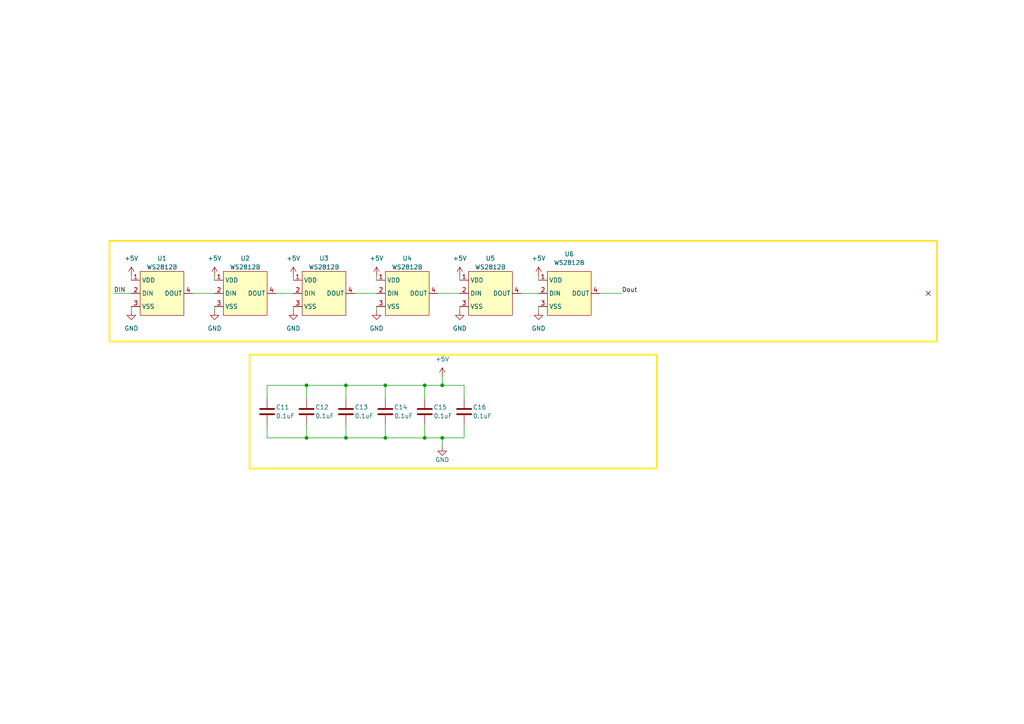
<source format=kicad_sch>
(kicad_sch (version 20211123) (generator eeschema)
  (paper "A4")
  (lib_symbols
    (symbol "Device:C" (pin_numbers hide) (pin_names (offset 0.254))
      (property "Reference" "C" (at 0.635 2.54 0))
      (property "Value" "C" (at 0.635 -2.54 0))
      (symbol "C_0_1"
        (polyline (pts (xy -2.032 -0.762) (xy 2.032 -0.762)) (stroke (width 0.508)))
        (polyline (pts (xy -2.032 0.762) (xy 2.032 0.762)) (stroke (width 0.508)))
      )
      (symbol "C_1_1"
        (pin passive line (at 0 3.81 270) (length 2.794) (name "~") (number "1"))
        (pin passive line (at 0 -3.81 90) (length 2.794) (name "~") (number "2"))
      )
    )
    (symbol "WB2182:WS2812B"
      (property "Reference" "U" (at -6.35 7.62 0))
      (property "Value" "WS2812B" (at -2.54 -7.62 0))
      (symbol "WS2812B_0_1"
        (rectangle (start -6.35 6.35) (end 6.35 -6.35) (fill (type background)))
      )
      (symbol "WS2812B_1_1"
        (pin power_in line (at -8.89 3.81 0) (length 2.54) (name "VDD") (number "1"))
        (pin input line (at -8.89 0 0) (length 2.54) (name "DIN") (number "2"))
        (pin power_in line (at -8.89 -3.81 0) (length 2.54) (name "VSS") (number "3"))
        (pin output line (at 8.89 0 180) (length 2.54) (name "DOUT") (number "4"))
      )
    )
    (symbol "power:+5V" (power) (pin_names (offset 0))
      (property "Value" "+5V" (at 0 3.556 0))
      (symbol "+5V_0_1"
        (polyline (pts (xy -0.762 1.27) (xy 0 2.54)))
        (polyline (pts (xy 0 0) (xy 0 2.54)))
        (polyline (pts (xy 0 2.54) (xy 0.762 1.27)))
      )
      (symbol "+5V_1_1"
        (pin power_in line (at 0 0 90) (length 0) hide (name "+5V") (number "1"))
      )
    )
    (symbol "power:GND" (power) (pin_names (offset 0))
      (property "Value" "GND" (at 0 -3.81 0))
      (symbol "GND_0_1"
        (polyline (pts (xy 0 0) (xy 0 -1.27) (xy 1.27 -1.27) (xy 0 -2.54) (xy -1.27 -1.27) (xy 0 -1.27)))
      )
      (symbol "GND_1_1"
        (pin power_in line (at 0 0 270) (length 0) hide (name "GND") (number "1"))
      )
    )
  )
  (junction (at 88.9 127))
  (junction (at 88.9 111.76))
  (junction (at 111.76 127))
  (junction (at 128.27 127))
  (junction (at 123.19 127))
  (junction (at 100.33 111.76))
  (junction (at 123.19 111.76))
  (junction (at 100.33 127))
  (junction (at 111.76 111.76))
  (junction (at 128.27 111.76))
  (no_connect (at 269.24 85.09))
  (wire (pts (xy 85.09 80.01) (xy 85.09 81.28)))
  (wire (pts (xy 173.99 85.09) (xy 180.34 85.09)))
  (wire (pts (xy 123.19 111.76) (xy 123.19 115.57)))
  (wire (pts (xy 133.35 80.01) (xy 133.35 81.28)))
  (wire (pts (xy 151.13 85.09) (xy 156.21 85.09)))
  (wire (pts (xy 77.47 111.76) (xy 77.47 115.57)))
  (wire (pts (xy 100.33 127) (xy 111.76 127)))
  (wire (pts (xy 85.09 88.9) (xy 85.09 90.17)))
  (wire (pts (xy 80.01 85.09) (xy 85.09 85.09)))
  (wire (pts (xy 127 85.09) (xy 133.35 85.09)))
  (wire (pts (xy 156.21 88.9) (xy 156.21 90.17)))
  (wire (pts (xy 156.21 80.01) (xy 156.21 81.28)))
  (wire (pts (xy 88.9 127) (xy 100.33 127)))
  (wire (pts (xy 123.19 111.76) (xy 128.27 111.76)))
  (wire (pts (xy 128.27 127) (xy 134.62 127)))
  (wire (pts (xy 100.33 111.76) (xy 100.33 115.57)))
  (wire (pts (xy 102.87 85.09) (xy 109.22 85.09)))
  (wire (pts (xy 62.23 88.9) (xy 62.23 90.17)))
  (wire (pts (xy 128.27 109.22) (xy 128.27 111.76)))
  (wire (pts (xy 134.62 111.76) (xy 134.62 115.57)))
  (wire (pts (xy 38.1 80.01) (xy 38.1 81.28)))
  (polyline (pts (xy 31.75 69.85) (xy 271.78 69.85)) (stroke (width 0.5) (type solid) (color 255 227 36 1)))
  (wire (pts (xy 77.47 111.76) (xy 88.9 111.76)))
  (wire (pts (xy 77.47 127) (xy 88.9 127)))
  (wire (pts (xy 100.33 127) (xy 100.33 123.19)))
  (wire (pts (xy 88.9 111.76) (xy 100.33 111.76)))
  (wire (pts (xy 133.35 88.9) (xy 133.35 90.17)))
  (polyline (pts (xy 271.78 69.85) (xy 271.78 99.06)) (stroke (width 0.5) (type solid) (color 255 227 36 1)))
  (wire (pts (xy 88.9 127) (xy 88.9 123.19)))
  (polyline (pts (xy 31.75 99.06) (xy 271.78 99.06)) (stroke (width 0.5) (type solid) (color 255 227 36 1)))
  (wire (pts (xy 62.23 80.01) (xy 62.23 81.28)))
  (polyline (pts (xy 31.75 69.85) (xy 31.75 99.06)) (stroke (width 0.5) (type solid) (color 255 227 36 1)))
  (wire (pts (xy 128.27 111.76) (xy 134.62 111.76)))
  (wire (pts (xy 111.76 127) (xy 111.76 123.19)))
  (wire (pts (xy 111.76 111.76) (xy 123.19 111.76)))
  (polyline (pts (xy 190.5 135.89) (xy 72.39 135.89)) (stroke (width 0.5) (type solid) (color 255 227 36 1)))
  (wire (pts (xy 134.62 127) (xy 134.62 123.19)))
  (wire (pts (xy 109.22 88.9) (xy 109.22 90.17)))
  (wire (pts (xy 38.1 88.9) (xy 38.1 90.17)))
  (wire (pts (xy 55.88 85.09) (xy 62.23 85.09)))
  (wire (pts (xy 123.19 127) (xy 123.19 123.19)))
  (wire (pts (xy 100.33 111.76) (xy 111.76 111.76)))
  (wire (pts (xy 33.02 85.09) (xy 38.1 85.09)))
  (wire (pts (xy 128.27 129.54) (xy 128.27 127)))
  (wire (pts (xy 111.76 111.76) (xy 111.76 115.57)))
  (polyline (pts (xy 190.5 102.87) (xy 190.5 135.89)) (stroke (width 0.5) (type solid) (color 255 227 36 1)))
  (wire (pts (xy 88.9 111.76) (xy 88.9 115.57)))
  (polyline (pts (xy 72.39 102.87) (xy 72.39 135.89)) (stroke (width 0.5) (type solid) (color 255 227 36 1)))
  (polyline (pts (xy 72.39 102.87) (xy 190.5 102.87)) (stroke (width 0.5) (type solid) (color 255 227 36 1)))
  (wire (pts (xy 77.47 127) (xy 77.47 123.19)))
  (wire (pts (xy 123.19 127) (xy 128.27 127)))
  (wire (pts (xy 111.76 127) (xy 123.19 127)))
  (wire (pts (xy 109.22 80.01) (xy 109.22 81.28)))
  (label "Dout" (at 180.34 85.09 0))
  (label "DIN" (at 33.02 85.09 0))
  (symbol (lib_id "power:+5V") (at 133.35 80.01 0) (unit 1)
    (property "Reference" "#PWR015" (effects hide))
    (property "Value" "+5V" (at 133.35 74.93 0))
  )
  (symbol (lib_id "WB2182:WS2812B") (at 93.98 85.09 0) (unit 1)
    (property "Reference" "U3" (at 93.98 74.93 0))
    (property "Value" "WS2812B" (at 93.98 77.47 0))
    (property "Footprint" "LED_SMD:LED_WS2812B_PLCC4_5.0x5.0mm_P3.2mm" (effects hide))
  )
  (symbol (lib_id "power:GND") (at 133.35 90.17 0) (unit 1)
    (property "Reference" "#PWR016" (effects hide))
    (property "Value" "GND" (at 133.35 95.25 0))
  )
  (symbol (lib_id "power:+5V") (at 128.27 109.22 0) (unit 1)
    (property "Reference" "#PWR0103" (effects hide))
    (property "Value" "+5V" (at 128.27 104.14 0))
  )
  (symbol (lib_id "WB2182:WS2812B") (at 46.99 85.09 0) (unit 1)
    (property "Reference" "U1" (at 46.99 74.93 0))
    (property "Value" "WS2812B" (at 46.99 77.47 0))
    (property "Footprint" "LED_SMD:LED_WS2812B_PLCC4_5.0x5.0mm_P3.2mm" (effects hide))
  )
  (symbol (lib_id "power:GND") (at 156.21 90.17 0) (unit 1)
    (property "Reference" "#PWR021" (effects hide))
    (property "Value" "GND" (at 156.21 95.25 0))
  )
  (symbol (lib_id "power:GND") (at 38.1 90.17 0) (unit 1)
    (property "Reference" "#PWR02" (effects hide))
    (property "Value" "GND" (at 38.1 95.25 0))
  )
  (symbol (lib_id "WB2182:WS2812B") (at 142.24 85.09 0) (unit 1)
    (property "Reference" "U5" (at 142.24 74.93 0))
    (property "Value" "WS2812B" (at 142.24 77.47 0))
    (property "Footprint" "LED_SMD:LED_WS2812B_PLCC4_5.0x5.0mm_P3.2mm" (effects hide))
  )
  (symbol (lib_id "power:GND") (at 128.27 129.54 0) (unit 1)
    (property "Reference" "#PWR0114" (effects hide))
    (property "Value" "GND" (at 128.27 133.35 0))
  )
  (symbol (lib_id "Device:C") (at 88.9 119.38 0) (unit 1)
    (property "Reference" "C12" (at 91.44 118.11 0) (effects (justify left)))
    (property "Value" "0.1uF" (at 91.44 120.65 0) (effects (justify left)))
    (property "Footprint" "Capacitor_SMD:C_0805_2012Metric" (effects hide))
  )
  (symbol (lib_id "power:+5V") (at 109.22 80.01 0) (unit 1)
    (property "Reference" "#PWR011" (effects hide))
    (property "Value" "+5V" (at 109.22 74.93 0))
  )
  (symbol (lib_id "WB2182:WS2812B") (at 71.12 85.09 0) (unit 1)
    (property "Reference" "U2" (at 71.12 74.93 0))
    (property "Value" "WS2812B" (at 71.12 77.47 0))
    (property "Footprint" "LED_SMD:LED_WS2812B_PLCC4_5.0x5.0mm_P3.2mm" (effects hide))
  )
  (symbol (lib_id "power:+5V") (at 156.21 80.01 0) (unit 1)
    (property "Reference" "#PWR020" (effects hide))
    (property "Value" "+5V" (at 156.21 74.93 0))
  )
  (symbol (lib_id "Device:C") (at 123.19 119.38 0) (unit 1)
    (property "Reference" "C15" (at 125.73 118.11 0) (effects (justify left)))
    (property "Value" "0.1uF" (at 125.73 120.65 0) (effects (justify left)))
    (property "Footprint" "Capacitor_SMD:C_0805_2012Metric" (effects hide))
  )
  (symbol (lib_id "Device:C") (at 134.62 119.38 0) (unit 1)
    (property "Reference" "C16" (at 137.16 118.11 0) (effects (justify left)))
    (property "Value" "0.1uF" (at 137.16 120.65 0) (effects (justify left)))
    (property "Footprint" "Capacitor_SMD:C_0805_2012Metric" (effects hide))
  )
  (symbol (lib_id "WB2182:WS2812B") (at 165.1 85.09 0) (unit 1)
    (property "Reference" "U6" (at 165.1 73.66 0))
    (property "Value" "WS2812B" (at 165.1 76.2 0))
    (property "Footprint" "LED_SMD:LED_WS2812B_PLCC4_5.0x5.0mm_P3.2mm" (effects hide))
  )
  (symbol (lib_id "WB2182:WS2812B") (at 118.11 85.09 0) (unit 1)
    (property "Reference" "U4" (at 118.11 74.93 0))
    (property "Value" "WS2812B" (at 118.11 77.47 0))
    (property "Footprint" "LED_SMD:LED_WS2812B_PLCC4_5.0x5.0mm_P3.2mm" (effects hide))
  )
  (symbol (lib_id "power:GND") (at 109.22 90.17 0) (unit 1)
    (property "Reference" "#PWR012" (effects hide))
    (property "Value" "GND" (at 109.22 95.25 0))
  )
  (symbol (lib_id "power:GND") (at 85.09 90.17 0) (unit 1)
    (property "Reference" "#PWR08" (effects hide))
    (property "Value" "GND" (at 85.09 95.25 0))
  )
  (symbol (lib_id "power:+5V") (at 62.23 80.01 0) (unit 1)
    (property "Reference" "#PWR04" (effects hide))
    (property "Value" "+5V" (at 62.23 74.93 0))
  )
  (symbol (lib_id "Device:C") (at 77.47 119.38 0) (unit 1)
    (property "Reference" "C11" (at 80.01 118.11 0) (effects (justify left)))
    (property "Value" "0.1uF" (at 80.01 120.65 0) (effects (justify left)))
    (property "Footprint" "Capacitor_SMD:C_0805_2012Metric" (effects hide))
  )
  (symbol (lib_id "power:+5V") (at 85.09 80.01 0) (unit 1)
    (property "Reference" "#PWR07" (effects hide))
    (property "Value" "+5V" (at 85.09 74.93 0))
  )
  (symbol (lib_id "Device:C") (at 100.33 119.38 0) (unit 1)
    (property "Reference" "C13" (at 102.87 118.11 0) (effects (justify left)))
    (property "Value" "0.1uF" (at 102.87 120.65 0) (effects (justify left)))
    (property "Footprint" "Capacitor_SMD:C_0805_2012Metric" (effects hide))
  )
  (symbol (lib_id "Device:C") (at 111.76 119.38 0) (unit 1)
    (property "Reference" "C14" (at 114.3 118.11 0) (effects (justify left)))
    (property "Value" "0.1uF" (at 114.3 120.65 0) (effects (justify left)))
    (property "Footprint" "Capacitor_SMD:C_0805_2012Metric" (effects hide))
  )
  (symbol (lib_id "power:+5V") (at 38.1 80.01 0) (unit 1)
    (property "Reference" "#PWR01" (effects hide))
    (property "Value" "+5V" (at 38.1 74.93 0))
  )
  (symbol (lib_id "power:GND") (at 62.23 90.17 0) (unit 1)
    (property "Reference" "#PWR05" (effects hide))
    (property "Value" "GND" (at 62.23 95.25 0))
  )
)
</source>
